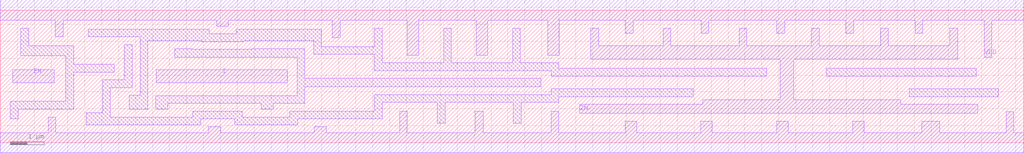
<source format=lef>
# Copyright 2022 GlobalFoundries PDK Authors
#
# Licensed under the Apache License, Version 2.0 (the "License");
# you may not use this file except in compliance with the License.
# You may obtain a copy of the License at
#
#      http://www.apache.org/licenses/LICENSE-2.0
#
# Unless required by applicable law or agreed to in writing, software
# distributed under the License is distributed on an "AS IS" BASIS,
# WITHOUT WARRANTIES OR CONDITIONS OF ANY KIND, either express or implied.
# See the License for the specific language governing permissions and
# limitations under the License.

MACRO gf180mcu_fd_sc_mcu7t5v0__invz_12
  CLASS core ;
  FOREIGN gf180mcu_fd_sc_mcu7t5v0__invz_12 0.0 0.0 ;
  ORIGIN 0 0 ;
  SYMMETRY X Y ;
  SITE GF018hv5v_mcu_sc7 ;
  SIZE 30.24 BY 3.92 ;
  PIN EN
    DIRECTION INPUT ;
    ANTENNAGATEAREA 2.079 ;
    PORT
      LAYER Metal1 ;
        POLYGON 0.37 1.77 1.59 1.77 1.59 2.15 0.37 2.15  ;
    END
  END EN
  PIN I
    DIRECTION INPUT ;
    ANTENNAGATEAREA 3.1185 ;
    PORT
      LAYER Metal1 ;
        POLYGON 4.615 1.77 8.475 1.77 8.475 2.15 4.615 2.15  ;
    END
  END I
  PIN ZN
    DIRECTION OUTPUT ;
    ANTENNADIFFAREA 6.594 ;
    PORT
      LAYER Metal1 ;
        POLYGON 17.445 2.46 22.65 2.46 23.04 2.46 23.04 1.265 20.75 1.265 20.75 1.135 17.12 1.135 17.12 0.865 28.88 0.865 28.88 1.135 26.61 1.135 26.61 1.265 23.44 1.265 23.44 2.46 28.28 2.46 28.28 3.38 28.045 3.38 28.045 2.86 26.235 2.86 26.235 3.38 26.005 3.38 26.005 2.86 24.195 2.86 24.195 3.38 23.965 3.38 23.965 2.86 22.65 2.86 22.055 2.86 22.055 3.38 21.825 3.38 21.825 2.86 19.815 2.86 19.815 3.38 19.585 3.38 19.585 2.86 17.675 2.86 17.675 3.38 17.445 3.38  ;
    END
  END ZN
  PIN VDD
    DIRECTION INOUT ;
    USE power ;
    SHAPE ABUTMENT ;
    PORT
      LAYER Metal1 ;
        POLYGON 0 3.62 1.63 3.62 1.63 3.13 1.86 3.13 1.86 3.62 6.4 3.62 6.4 3.445 6.74 3.445 6.74 3.62 9.815 3.62 9.815 3.1 10.045 3.1 10.045 3.62 12.02 3.62 12.02 2.59 12.36 2.59 12.36 3.62 14.06 3.62 14.06 2.59 14.4 2.59 14.4 3.62 16.17 3.62 16.17 2.59 16.51 2.59 16.51 3.62 18.465 3.62 18.465 3.23 18.695 3.23 18.695 3.62 20.705 3.62 20.705 3.23 20.935 3.23 20.935 3.62 22.65 3.62 22.945 3.62 22.945 3.23 23.175 3.23 23.175 3.62 24.985 3.62 24.985 3.23 25.215 3.23 25.215 3.62 27.025 3.62 27.025 3.23 27.255 3.23 27.255 3.62 28.84 3.62 29.065 3.62 29.065 2.53 29.295 2.53 29.295 3.62 29.485 3.62 30.24 3.62 30.24 4.22 29.485 4.22 28.84 4.22 22.65 4.22 0 4.22  ;
    END
  END VDD
  PIN VSS
    DIRECTION INOUT ;
    USE ground ;
    SHAPE ABUTMENT ;
    PORT
      LAYER Metal1 ;
        POLYGON 0 -0.3 30.24 -0.3 30.24 0.3 29.945 0.3 29.945 0.915 29.715 0.915 29.715 0.3 27.76 0.3 27.76 0.635 27.225 0.635 27.225 0.3 25.52 0.3 25.52 0.635 25.18 0.635 25.18 0.3 23.28 0.3 23.28 0.635 22.94 0.635 22.94 0.3 21.04 0.3 21.04 0.635 20.7 0.635 20.7 0.3 18.8 0.3 18.8 0.635 18.46 0.635 18.46 0.3 16.505 0.3 16.505 0.93 16.275 0.93 16.275 0.3 14.265 0.3 14.265 0.93 14.035 0.93 14.035 0.3 12.025 0.3 12.025 0.93 11.795 0.93 11.795 0.3 9.63 0.3 9.63 0.475 9.27 0.475 9.27 0.3 6.51 0.3 6.51 0.475 6.15 0.475 6.15 0.3 1.645 0.3 1.645 0.76 1.415 0.76 1.415 0.3 0 0.3  ;
    END
  END VSS
  OBS
      LAYER Metal1 ;
        POLYGON 0.61 2.57 1.935 2.57 1.935 1.225 0.295 1.225 0.295 0.715 0.525 0.715 0.525 0.99 2.165 0.99 2.165 2.09 3.375 2.09 3.375 2.32 2.165 2.32 2.165 2.865 0.84 2.865 0.84 3.38 0.61 3.38  ;
        POLYGON 5.15 2.525 8.77 2.525 8.77 1.395 4.59 1.395 4.59 0.99 4.95 0.99 4.95 1.165 7.71 1.165 7.71 0.99 8.07 0.99 8.07 1.165 9 1.165 9 1.65 15.965 1.65 15.965 1.9 9 1.9 9 2.78 7.43 2.78 7.43 2.755 5.665 2.755 5.665 2.78 5.15 2.78  ;
        POLYGON 2.535 0.53 5.92 0.53 5.92 0.705 6.925 0.705 6.925 0.53 8.785 0.53 8.785 0.705 11.285 0.705 11.285 1.19 12.915 1.19 12.915 0.58 13.145 0.58 13.145 1.19 15.155 1.19 15.155 0.58 15.385 0.58 15.385 1.19 16.505 1.19 16.505 1.365 20.475 1.365 20.475 1.595 16.275 1.595 16.275 1.42 11.055 1.42 11.055 0.935 8.555 0.935 8.555 0.76 7.155 0.76 7.155 0.935 5.69 0.935 5.69 0.76 3.255 0.76 3.255 1.63 3.9 1.63 3.9 2.89 3.67 2.89 3.67 1.86 3.025 1.86 3.025 0.885 2.535 0.885  ;
        POLYGON 2.595 3.125 4.13 3.125 4.13 1.4 3.81 1.4 3.81 0.99 4.36 0.99 4.36 3.01 5.94 3.01 5.94 2.985 7.2 2.985 7.2 3.01 9.26 3.01 9.26 2.61 11.055 2.61 11.055 2.13 16.275 2.13 16.275 1.96 22.65 1.96 22.65 2.195 16.505 2.195 16.505 2.36 15.365 2.36 15.365 3.38 15.135 3.38 15.135 2.36 13.325 2.36 13.325 3.38 13.095 3.38 13.095 2.36 11.285 2.36 11.285 3.38 11.055 3.38 11.055 2.84 9.49 2.84 9.49 3.355 6.97 3.355 6.97 3.215 6.17 3.215 6.17 3.355 2.595 3.355  ;
        POLYGON 24.405 1.96 28.84 1.96 28.84 2.195 24.405 2.195  ;
        POLYGON 26.86 1.365 29.485 1.365 29.485 1.595 26.86 1.595  ;
  END
END gf180mcu_fd_sc_mcu7t5v0__invz_12

</source>
